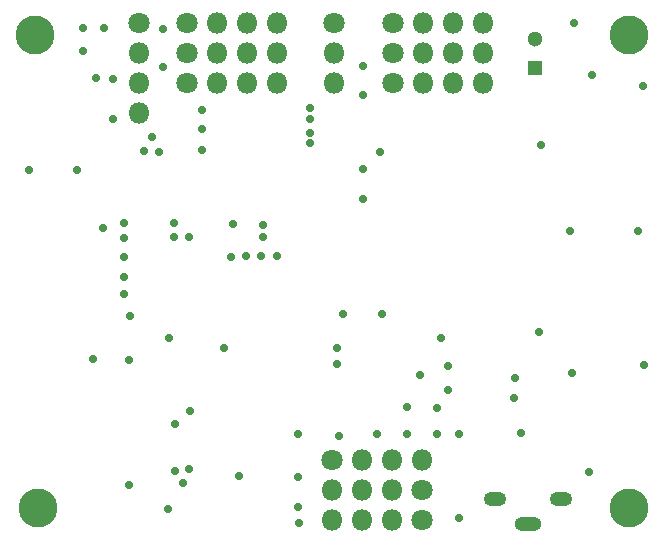
<source format=gbs>
G04 #@! TF.FileFunction,Soldermask,Bot*
%FSLAX46Y46*%
G04 Gerber Fmt 4.6, Leading zero omitted, Abs format (unit mm)*
G04 Created by KiCad (PCBNEW 4.0.7) date 01/06/19 19:56:26*
%MOMM*%
%LPD*%
G01*
G04 APERTURE LIST*
%ADD10C,0.200000*%
%ADD11C,0.700000*%
%ADD12C,3.300000*%
%ADD13C,1.300000*%
%ADD14R,1.300000X1.300000*%
%ADD15O,1.900000X1.200000*%
%ADD16O,2.300000X1.200000*%
%ADD17O,1.800000X1.800000*%
%ADD18C,1.800000*%
G04 APERTURE END LIST*
D10*
D11*
X51600000Y-46100000D03*
X50000000Y-36400000D03*
X50000000Y-33800000D03*
X50000000Y-27600000D03*
X50000000Y-25100000D03*
X73700000Y-26800000D03*
X69400000Y-25900000D03*
X67900000Y-21500000D03*
X65100000Y-31800000D03*
X73800000Y-50400000D03*
X73300000Y-39100000D03*
X67500000Y-39100000D03*
X64900000Y-47600000D03*
X67700000Y-51100000D03*
X62900000Y-51500000D03*
X69100000Y-59500000D03*
X58100000Y-63400000D03*
X58100000Y-56300000D03*
X56300000Y-56300000D03*
X56300000Y-54100000D03*
X57200000Y-50500000D03*
X47800000Y-50300000D03*
X53700000Y-54000000D03*
X53700000Y-56300000D03*
X51200000Y-56300000D03*
X48000000Y-56400000D03*
X44500000Y-56300000D03*
X44600000Y-63800000D03*
X44500000Y-62400000D03*
X44500000Y-59900000D03*
X39500000Y-59800000D03*
X33500000Y-62600000D03*
X34100000Y-59400000D03*
X34100000Y-55400000D03*
X30300000Y-46300000D03*
X29800000Y-44400000D03*
X29800000Y-43000000D03*
X29800000Y-41300000D03*
X29800000Y-39700000D03*
X29800000Y-38400000D03*
X34000000Y-39600000D03*
X35300000Y-39600000D03*
X41500000Y-39600000D03*
X41500000Y-38600000D03*
X39000000Y-38500000D03*
X34000000Y-38400000D03*
X36400000Y-32200000D03*
X36400000Y-30400000D03*
X36400000Y-28800000D03*
X32100000Y-31100000D03*
X28800000Y-29600000D03*
X28800000Y-26200000D03*
X33100000Y-25200000D03*
X33100000Y-22000000D03*
X26300000Y-23800000D03*
X28100000Y-21900000D03*
X26300000Y-21900000D03*
X25800000Y-33900000D03*
D12*
X22500000Y-62500000D03*
X22250000Y-22500000D03*
D13*
X64550000Y-22800000D03*
D14*
X64550000Y-25300000D03*
D12*
X72500000Y-62500000D03*
D15*
X61200000Y-61725000D03*
X66800000Y-61725000D03*
D16*
X64000000Y-63875000D03*
D17*
X60120000Y-26540000D03*
D18*
X52500000Y-26540000D03*
D17*
X55040000Y-26540000D03*
X57580000Y-26540000D03*
X60120000Y-21460000D03*
X60120000Y-24000000D03*
X57580000Y-21460000D03*
D18*
X52500000Y-21460000D03*
D17*
X55040000Y-21460000D03*
D18*
X52500000Y-24000000D03*
D17*
X55040000Y-24000000D03*
X57580000Y-24000000D03*
D18*
X47500000Y-21460000D03*
D17*
X47500000Y-24000000D03*
X47500000Y-26540000D03*
X42720000Y-26540000D03*
D18*
X35100000Y-26540000D03*
D17*
X37640000Y-26540000D03*
X40180000Y-26540000D03*
X42720000Y-21460000D03*
X42720000Y-24000000D03*
X40180000Y-21460000D03*
D18*
X35100000Y-21460000D03*
D17*
X37640000Y-21460000D03*
D18*
X35100000Y-24000000D03*
D17*
X37640000Y-24000000D03*
X40180000Y-24000000D03*
D12*
X72500000Y-22500000D03*
D17*
X31000000Y-29080000D03*
D18*
X31000000Y-21460000D03*
D17*
X31000000Y-24000000D03*
X31000000Y-26540000D03*
X55000000Y-58460000D03*
D18*
X47380000Y-58460000D03*
D17*
X49920000Y-58460000D03*
X52460000Y-58460000D03*
X47380000Y-63540000D03*
X47380000Y-61000000D03*
X49920000Y-63540000D03*
D18*
X55000000Y-63540000D03*
D17*
X52460000Y-63540000D03*
D18*
X55000000Y-61000000D03*
D17*
X52460000Y-61000000D03*
X49920000Y-61000000D03*
D11*
X21700000Y-33900000D03*
X28000000Y-38800000D03*
X33600000Y-48100000D03*
X35300000Y-59225000D03*
X27400000Y-26150000D03*
X56600000Y-48100000D03*
X62800000Y-53200000D03*
X63400000Y-56200000D03*
X30200000Y-50000000D03*
X30200000Y-60600000D03*
X34750000Y-60450000D03*
X27150000Y-49900000D03*
X31450000Y-32300000D03*
X57150000Y-52550000D03*
X32750000Y-32350000D03*
X54850000Y-51300000D03*
X45500000Y-31650000D03*
X45500000Y-28700000D03*
X45500000Y-29600000D03*
X45500000Y-30750000D03*
X42700000Y-41200000D03*
X38800000Y-41300000D03*
X40100000Y-41200000D03*
X41400000Y-41200000D03*
X35325000Y-54325000D03*
X51400000Y-32400000D03*
X48300000Y-46100000D03*
X47800000Y-49000000D03*
X38200000Y-49000000D03*
M02*

</source>
